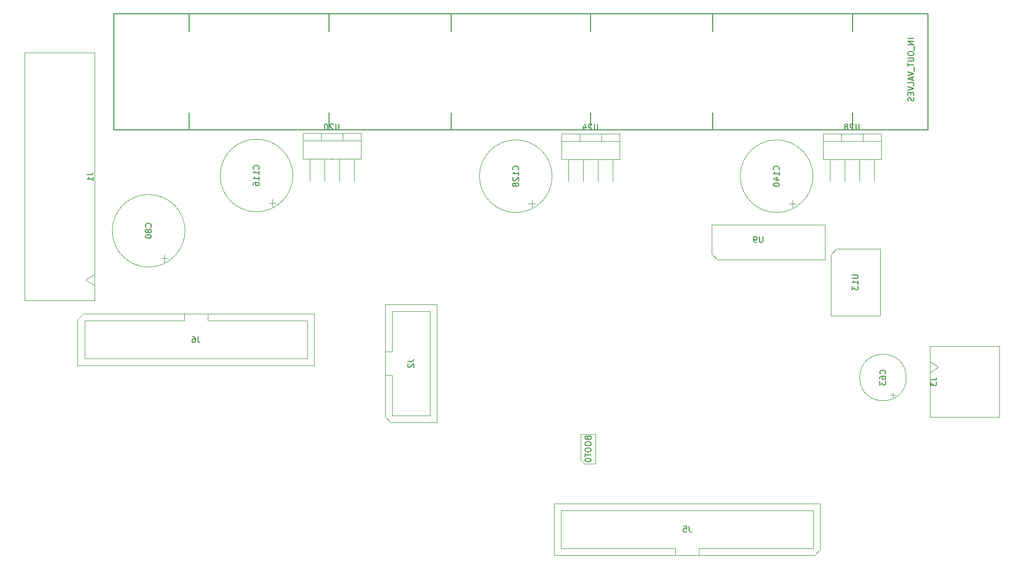
<source format=gbr>
%TF.GenerationSoftware,KiCad,Pcbnew,7.0.1*%
%TF.CreationDate,2023-11-30T10:22:42+01:00*%
%TF.ProjectId,current3x3A_Artiq,63757272-656e-4743-9378-33415f417274,rev?*%
%TF.SameCoordinates,Original*%
%TF.FileFunction,AssemblyDrawing,Bot*%
%FSLAX46Y46*%
G04 Gerber Fmt 4.6, Leading zero omitted, Abs format (unit mm)*
G04 Created by KiCad (PCBNEW 7.0.1) date 2023-11-30 10:22:42*
%MOMM*%
%LPD*%
G01*
G04 APERTURE LIST*
%ADD10C,0.150000*%
%ADD11C,0.100000*%
G04 APERTURE END LIST*
D10*
%TO.C,C128*%
X81520380Y-30035952D02*
X81568000Y-29988333D01*
X81568000Y-29988333D02*
X81615619Y-29845476D01*
X81615619Y-29845476D02*
X81615619Y-29750238D01*
X81615619Y-29750238D02*
X81568000Y-29607381D01*
X81568000Y-29607381D02*
X81472761Y-29512143D01*
X81472761Y-29512143D02*
X81377523Y-29464524D01*
X81377523Y-29464524D02*
X81187047Y-29416905D01*
X81187047Y-29416905D02*
X81044190Y-29416905D01*
X81044190Y-29416905D02*
X80853714Y-29464524D01*
X80853714Y-29464524D02*
X80758476Y-29512143D01*
X80758476Y-29512143D02*
X80663238Y-29607381D01*
X80663238Y-29607381D02*
X80615619Y-29750238D01*
X80615619Y-29750238D02*
X80615619Y-29845476D01*
X80615619Y-29845476D02*
X80663238Y-29988333D01*
X80663238Y-29988333D02*
X80710857Y-30035952D01*
X81615619Y-30988333D02*
X81615619Y-30416905D01*
X81615619Y-30702619D02*
X80615619Y-30702619D01*
X80615619Y-30702619D02*
X80758476Y-30607381D01*
X80758476Y-30607381D02*
X80853714Y-30512143D01*
X80853714Y-30512143D02*
X80901333Y-30416905D01*
X80710857Y-31369286D02*
X80663238Y-31416905D01*
X80663238Y-31416905D02*
X80615619Y-31512143D01*
X80615619Y-31512143D02*
X80615619Y-31750238D01*
X80615619Y-31750238D02*
X80663238Y-31845476D01*
X80663238Y-31845476D02*
X80710857Y-31893095D01*
X80710857Y-31893095D02*
X80806095Y-31940714D01*
X80806095Y-31940714D02*
X80901333Y-31940714D01*
X80901333Y-31940714D02*
X81044190Y-31893095D01*
X81044190Y-31893095D02*
X81615619Y-31321667D01*
X81615619Y-31321667D02*
X81615619Y-31940714D01*
X81044190Y-32512143D02*
X80996571Y-32416905D01*
X80996571Y-32416905D02*
X80948952Y-32369286D01*
X80948952Y-32369286D02*
X80853714Y-32321667D01*
X80853714Y-32321667D02*
X80806095Y-32321667D01*
X80806095Y-32321667D02*
X80710857Y-32369286D01*
X80710857Y-32369286D02*
X80663238Y-32416905D01*
X80663238Y-32416905D02*
X80615619Y-32512143D01*
X80615619Y-32512143D02*
X80615619Y-32702619D01*
X80615619Y-32702619D02*
X80663238Y-32797857D01*
X80663238Y-32797857D02*
X80710857Y-32845476D01*
X80710857Y-32845476D02*
X80806095Y-32893095D01*
X80806095Y-32893095D02*
X80853714Y-32893095D01*
X80853714Y-32893095D02*
X80948952Y-32845476D01*
X80948952Y-32845476D02*
X80996571Y-32797857D01*
X80996571Y-32797857D02*
X81044190Y-32702619D01*
X81044190Y-32702619D02*
X81044190Y-32512143D01*
X81044190Y-32512143D02*
X81091809Y-32416905D01*
X81091809Y-32416905D02*
X81139428Y-32369286D01*
X81139428Y-32369286D02*
X81234666Y-32321667D01*
X81234666Y-32321667D02*
X81425142Y-32321667D01*
X81425142Y-32321667D02*
X81520380Y-32369286D01*
X81520380Y-32369286D02*
X81568000Y-32416905D01*
X81568000Y-32416905D02*
X81615619Y-32512143D01*
X81615619Y-32512143D02*
X81615619Y-32702619D01*
X81615619Y-32702619D02*
X81568000Y-32797857D01*
X81568000Y-32797857D02*
X81520380Y-32845476D01*
X81520380Y-32845476D02*
X81425142Y-32893095D01*
X81425142Y-32893095D02*
X81234666Y-32893095D01*
X81234666Y-32893095D02*
X81139428Y-32845476D01*
X81139428Y-32845476D02*
X81091809Y-32797857D01*
X81091809Y-32797857D02*
X81044190Y-32702619D01*
%TO.C,J6*%
X26495333Y-58771619D02*
X26495333Y-59485904D01*
X26495333Y-59485904D02*
X26542952Y-59628761D01*
X26542952Y-59628761D02*
X26638190Y-59724000D01*
X26638190Y-59724000D02*
X26781047Y-59771619D01*
X26781047Y-59771619D02*
X26876285Y-59771619D01*
X25590571Y-58771619D02*
X25781047Y-58771619D01*
X25781047Y-58771619D02*
X25876285Y-58819238D01*
X25876285Y-58819238D02*
X25923904Y-58866857D01*
X25923904Y-58866857D02*
X26019142Y-59009714D01*
X26019142Y-59009714D02*
X26066761Y-59200190D01*
X26066761Y-59200190D02*
X26066761Y-59581142D01*
X26066761Y-59581142D02*
X26019142Y-59676380D01*
X26019142Y-59676380D02*
X25971523Y-59724000D01*
X25971523Y-59724000D02*
X25876285Y-59771619D01*
X25876285Y-59771619D02*
X25685809Y-59771619D01*
X25685809Y-59771619D02*
X25590571Y-59724000D01*
X25590571Y-59724000D02*
X25542952Y-59676380D01*
X25542952Y-59676380D02*
X25495333Y-59581142D01*
X25495333Y-59581142D02*
X25495333Y-59343047D01*
X25495333Y-59343047D02*
X25542952Y-59247809D01*
X25542952Y-59247809D02*
X25590571Y-59200190D01*
X25590571Y-59200190D02*
X25685809Y-59152571D01*
X25685809Y-59152571D02*
X25876285Y-59152571D01*
X25876285Y-59152571D02*
X25971523Y-59200190D01*
X25971523Y-59200190D02*
X26019142Y-59247809D01*
X26019142Y-59247809D02*
X26066761Y-59343047D01*
%TO.C,J3*%
X152467619Y-66214666D02*
X153181904Y-66214666D01*
X153181904Y-66214666D02*
X153324761Y-66167047D01*
X153324761Y-66167047D02*
X153420000Y-66071809D01*
X153420000Y-66071809D02*
X153467619Y-65928952D01*
X153467619Y-65928952D02*
X153467619Y-65833714D01*
X152467619Y-66595619D02*
X152467619Y-67214666D01*
X152467619Y-67214666D02*
X152848571Y-66881333D01*
X152848571Y-66881333D02*
X152848571Y-67024190D01*
X152848571Y-67024190D02*
X152896190Y-67119428D01*
X152896190Y-67119428D02*
X152943809Y-67167047D01*
X152943809Y-67167047D02*
X153039047Y-67214666D01*
X153039047Y-67214666D02*
X153277142Y-67214666D01*
X153277142Y-67214666D02*
X153372380Y-67167047D01*
X153372380Y-67167047D02*
X153420000Y-67119428D01*
X153420000Y-67119428D02*
X153467619Y-67024190D01*
X153467619Y-67024190D02*
X153467619Y-66738476D01*
X153467619Y-66738476D02*
X153420000Y-66643238D01*
X153420000Y-66643238D02*
X153372380Y-66595619D01*
%TO.C,HS1*%
X149559819Y-7451695D02*
X148559819Y-7451695D01*
X149559819Y-7927885D02*
X148559819Y-7927885D01*
X148559819Y-7927885D02*
X149559819Y-8499313D01*
X149559819Y-8499313D02*
X148559819Y-8499313D01*
X149655057Y-8737409D02*
X149655057Y-9499313D01*
X148559819Y-9927885D02*
X148559819Y-10118361D01*
X148559819Y-10118361D02*
X148607438Y-10213599D01*
X148607438Y-10213599D02*
X148702676Y-10308837D01*
X148702676Y-10308837D02*
X148893152Y-10356456D01*
X148893152Y-10356456D02*
X149226485Y-10356456D01*
X149226485Y-10356456D02*
X149416961Y-10308837D01*
X149416961Y-10308837D02*
X149512200Y-10213599D01*
X149512200Y-10213599D02*
X149559819Y-10118361D01*
X149559819Y-10118361D02*
X149559819Y-9927885D01*
X149559819Y-9927885D02*
X149512200Y-9832647D01*
X149512200Y-9832647D02*
X149416961Y-9737409D01*
X149416961Y-9737409D02*
X149226485Y-9689790D01*
X149226485Y-9689790D02*
X148893152Y-9689790D01*
X148893152Y-9689790D02*
X148702676Y-9737409D01*
X148702676Y-9737409D02*
X148607438Y-9832647D01*
X148607438Y-9832647D02*
X148559819Y-9927885D01*
X148559819Y-10785028D02*
X149369342Y-10785028D01*
X149369342Y-10785028D02*
X149464580Y-10832647D01*
X149464580Y-10832647D02*
X149512200Y-10880266D01*
X149512200Y-10880266D02*
X149559819Y-10975504D01*
X149559819Y-10975504D02*
X149559819Y-11165980D01*
X149559819Y-11165980D02*
X149512200Y-11261218D01*
X149512200Y-11261218D02*
X149464580Y-11308837D01*
X149464580Y-11308837D02*
X149369342Y-11356456D01*
X149369342Y-11356456D02*
X148559819Y-11356456D01*
X148559819Y-11689790D02*
X148559819Y-12261218D01*
X149559819Y-11975504D02*
X148559819Y-11975504D01*
X149655057Y-12356457D02*
X149655057Y-13118361D01*
X148559819Y-13213600D02*
X149559819Y-13546933D01*
X149559819Y-13546933D02*
X148559819Y-13880266D01*
X149274104Y-14165981D02*
X149274104Y-14642171D01*
X149559819Y-14070743D02*
X148559819Y-14404076D01*
X148559819Y-14404076D02*
X149559819Y-14737409D01*
X149559819Y-15546933D02*
X149559819Y-15070743D01*
X149559819Y-15070743D02*
X148559819Y-15070743D01*
X148559819Y-15737410D02*
X149559819Y-16070743D01*
X149559819Y-16070743D02*
X148559819Y-16404076D01*
X149036009Y-16737410D02*
X149036009Y-17070743D01*
X149559819Y-17213600D02*
X149559819Y-16737410D01*
X149559819Y-16737410D02*
X148559819Y-16737410D01*
X148559819Y-16737410D02*
X148559819Y-17213600D01*
X149512200Y-17594553D02*
X149559819Y-17737410D01*
X149559819Y-17737410D02*
X149559819Y-17975505D01*
X149559819Y-17975505D02*
X149512200Y-18070743D01*
X149512200Y-18070743D02*
X149464580Y-18118362D01*
X149464580Y-18118362D02*
X149369342Y-18165981D01*
X149369342Y-18165981D02*
X149274104Y-18165981D01*
X149274104Y-18165981D02*
X149178866Y-18118362D01*
X149178866Y-18118362D02*
X149131247Y-18070743D01*
X149131247Y-18070743D02*
X149083628Y-17975505D01*
X149083628Y-17975505D02*
X149036009Y-17785029D01*
X149036009Y-17785029D02*
X148988390Y-17689791D01*
X148988390Y-17689791D02*
X148940771Y-17642172D01*
X148940771Y-17642172D02*
X148845533Y-17594553D01*
X148845533Y-17594553D02*
X148750295Y-17594553D01*
X148750295Y-17594553D02*
X148655057Y-17642172D01*
X148655057Y-17642172D02*
X148607438Y-17689791D01*
X148607438Y-17689791D02*
X148559819Y-17785029D01*
X148559819Y-17785029D02*
X148559819Y-18023124D01*
X148559819Y-18023124D02*
X148607438Y-18165981D01*
%TO.C,BOOT0*%
X93537809Y-76271666D02*
X93585428Y-76414523D01*
X93585428Y-76414523D02*
X93633047Y-76462142D01*
X93633047Y-76462142D02*
X93728285Y-76509761D01*
X93728285Y-76509761D02*
X93871142Y-76509761D01*
X93871142Y-76509761D02*
X93966380Y-76462142D01*
X93966380Y-76462142D02*
X94014000Y-76414523D01*
X94014000Y-76414523D02*
X94061619Y-76319285D01*
X94061619Y-76319285D02*
X94061619Y-75938333D01*
X94061619Y-75938333D02*
X93061619Y-75938333D01*
X93061619Y-75938333D02*
X93061619Y-76271666D01*
X93061619Y-76271666D02*
X93109238Y-76366904D01*
X93109238Y-76366904D02*
X93156857Y-76414523D01*
X93156857Y-76414523D02*
X93252095Y-76462142D01*
X93252095Y-76462142D02*
X93347333Y-76462142D01*
X93347333Y-76462142D02*
X93442571Y-76414523D01*
X93442571Y-76414523D02*
X93490190Y-76366904D01*
X93490190Y-76366904D02*
X93537809Y-76271666D01*
X93537809Y-76271666D02*
X93537809Y-75938333D01*
X93061619Y-77128809D02*
X93061619Y-77319285D01*
X93061619Y-77319285D02*
X93109238Y-77414523D01*
X93109238Y-77414523D02*
X93204476Y-77509761D01*
X93204476Y-77509761D02*
X93394952Y-77557380D01*
X93394952Y-77557380D02*
X93728285Y-77557380D01*
X93728285Y-77557380D02*
X93918761Y-77509761D01*
X93918761Y-77509761D02*
X94014000Y-77414523D01*
X94014000Y-77414523D02*
X94061619Y-77319285D01*
X94061619Y-77319285D02*
X94061619Y-77128809D01*
X94061619Y-77128809D02*
X94014000Y-77033571D01*
X94014000Y-77033571D02*
X93918761Y-76938333D01*
X93918761Y-76938333D02*
X93728285Y-76890714D01*
X93728285Y-76890714D02*
X93394952Y-76890714D01*
X93394952Y-76890714D02*
X93204476Y-76938333D01*
X93204476Y-76938333D02*
X93109238Y-77033571D01*
X93109238Y-77033571D02*
X93061619Y-77128809D01*
X93061619Y-78176428D02*
X93061619Y-78366904D01*
X93061619Y-78366904D02*
X93109238Y-78462142D01*
X93109238Y-78462142D02*
X93204476Y-78557380D01*
X93204476Y-78557380D02*
X93394952Y-78604999D01*
X93394952Y-78604999D02*
X93728285Y-78604999D01*
X93728285Y-78604999D02*
X93918761Y-78557380D01*
X93918761Y-78557380D02*
X94014000Y-78462142D01*
X94014000Y-78462142D02*
X94061619Y-78366904D01*
X94061619Y-78366904D02*
X94061619Y-78176428D01*
X94061619Y-78176428D02*
X94014000Y-78081190D01*
X94014000Y-78081190D02*
X93918761Y-77985952D01*
X93918761Y-77985952D02*
X93728285Y-77938333D01*
X93728285Y-77938333D02*
X93394952Y-77938333D01*
X93394952Y-77938333D02*
X93204476Y-77985952D01*
X93204476Y-77985952D02*
X93109238Y-78081190D01*
X93109238Y-78081190D02*
X93061619Y-78176428D01*
X93061619Y-78890714D02*
X93061619Y-79462142D01*
X94061619Y-79176428D02*
X93061619Y-79176428D01*
X93061619Y-79985952D02*
X93061619Y-80081190D01*
X93061619Y-80081190D02*
X93109238Y-80176428D01*
X93109238Y-80176428D02*
X93156857Y-80224047D01*
X93156857Y-80224047D02*
X93252095Y-80271666D01*
X93252095Y-80271666D02*
X93442571Y-80319285D01*
X93442571Y-80319285D02*
X93680666Y-80319285D01*
X93680666Y-80319285D02*
X93871142Y-80271666D01*
X93871142Y-80271666D02*
X93966380Y-80224047D01*
X93966380Y-80224047D02*
X94014000Y-80176428D01*
X94014000Y-80176428D02*
X94061619Y-80081190D01*
X94061619Y-80081190D02*
X94061619Y-79985952D01*
X94061619Y-79985952D02*
X94014000Y-79890714D01*
X94014000Y-79890714D02*
X93966380Y-79843095D01*
X93966380Y-79843095D02*
X93871142Y-79795476D01*
X93871142Y-79795476D02*
X93680666Y-79747857D01*
X93680666Y-79747857D02*
X93442571Y-79747857D01*
X93442571Y-79747857D02*
X93252095Y-79795476D01*
X93252095Y-79795476D02*
X93156857Y-79843095D01*
X93156857Y-79843095D02*
X93109238Y-79890714D01*
X93109238Y-79890714D02*
X93061619Y-79985952D01*
%TO.C,J5*%
X110950333Y-91410619D02*
X110950333Y-92124904D01*
X110950333Y-92124904D02*
X110997952Y-92267761D01*
X110997952Y-92267761D02*
X111093190Y-92363000D01*
X111093190Y-92363000D02*
X111236047Y-92410619D01*
X111236047Y-92410619D02*
X111331285Y-92410619D01*
X109997952Y-91410619D02*
X110474142Y-91410619D01*
X110474142Y-91410619D02*
X110521761Y-91886809D01*
X110521761Y-91886809D02*
X110474142Y-91839190D01*
X110474142Y-91839190D02*
X110378904Y-91791571D01*
X110378904Y-91791571D02*
X110140809Y-91791571D01*
X110140809Y-91791571D02*
X110045571Y-91839190D01*
X110045571Y-91839190D02*
X109997952Y-91886809D01*
X109997952Y-91886809D02*
X109950333Y-91982047D01*
X109950333Y-91982047D02*
X109950333Y-92220142D01*
X109950333Y-92220142D02*
X109997952Y-92315380D01*
X109997952Y-92315380D02*
X110045571Y-92363000D01*
X110045571Y-92363000D02*
X110140809Y-92410619D01*
X110140809Y-92410619D02*
X110378904Y-92410619D01*
X110378904Y-92410619D02*
X110474142Y-92363000D01*
X110474142Y-92363000D02*
X110521761Y-92315380D01*
%TO.C,U28*%
X140176094Y-22163619D02*
X140176094Y-22973142D01*
X140176094Y-22973142D02*
X140128475Y-23068380D01*
X140128475Y-23068380D02*
X140080856Y-23116000D01*
X140080856Y-23116000D02*
X139985618Y-23163619D01*
X139985618Y-23163619D02*
X139795142Y-23163619D01*
X139795142Y-23163619D02*
X139699904Y-23116000D01*
X139699904Y-23116000D02*
X139652285Y-23068380D01*
X139652285Y-23068380D02*
X139604666Y-22973142D01*
X139604666Y-22973142D02*
X139604666Y-22163619D01*
X139176094Y-22258857D02*
X139128475Y-22211238D01*
X139128475Y-22211238D02*
X139033237Y-22163619D01*
X139033237Y-22163619D02*
X138795142Y-22163619D01*
X138795142Y-22163619D02*
X138699904Y-22211238D01*
X138699904Y-22211238D02*
X138652285Y-22258857D01*
X138652285Y-22258857D02*
X138604666Y-22354095D01*
X138604666Y-22354095D02*
X138604666Y-22449333D01*
X138604666Y-22449333D02*
X138652285Y-22592190D01*
X138652285Y-22592190D02*
X139223713Y-23163619D01*
X139223713Y-23163619D02*
X138604666Y-23163619D01*
X138033237Y-22592190D02*
X138128475Y-22544571D01*
X138128475Y-22544571D02*
X138176094Y-22496952D01*
X138176094Y-22496952D02*
X138223713Y-22401714D01*
X138223713Y-22401714D02*
X138223713Y-22354095D01*
X138223713Y-22354095D02*
X138176094Y-22258857D01*
X138176094Y-22258857D02*
X138128475Y-22211238D01*
X138128475Y-22211238D02*
X138033237Y-22163619D01*
X138033237Y-22163619D02*
X137842761Y-22163619D01*
X137842761Y-22163619D02*
X137747523Y-22211238D01*
X137747523Y-22211238D02*
X137699904Y-22258857D01*
X137699904Y-22258857D02*
X137652285Y-22354095D01*
X137652285Y-22354095D02*
X137652285Y-22401714D01*
X137652285Y-22401714D02*
X137699904Y-22496952D01*
X137699904Y-22496952D02*
X137747523Y-22544571D01*
X137747523Y-22544571D02*
X137842761Y-22592190D01*
X137842761Y-22592190D02*
X138033237Y-22592190D01*
X138033237Y-22592190D02*
X138128475Y-22639809D01*
X138128475Y-22639809D02*
X138176094Y-22687428D01*
X138176094Y-22687428D02*
X138223713Y-22782666D01*
X138223713Y-22782666D02*
X138223713Y-22973142D01*
X138223713Y-22973142D02*
X138176094Y-23068380D01*
X138176094Y-23068380D02*
X138128475Y-23116000D01*
X138128475Y-23116000D02*
X138033237Y-23163619D01*
X138033237Y-23163619D02*
X137842761Y-23163619D01*
X137842761Y-23163619D02*
X137747523Y-23116000D01*
X137747523Y-23116000D02*
X137699904Y-23068380D01*
X137699904Y-23068380D02*
X137652285Y-22973142D01*
X137652285Y-22973142D02*
X137652285Y-22782666D01*
X137652285Y-22782666D02*
X137699904Y-22687428D01*
X137699904Y-22687428D02*
X137747523Y-22639809D01*
X137747523Y-22639809D02*
X137842761Y-22592190D01*
%TO.C,J1*%
X7493619Y-30908666D02*
X8207904Y-30908666D01*
X8207904Y-30908666D02*
X8350761Y-30861047D01*
X8350761Y-30861047D02*
X8446000Y-30765809D01*
X8446000Y-30765809D02*
X8493619Y-30622952D01*
X8493619Y-30622952D02*
X8493619Y-30527714D01*
X8493619Y-31908666D02*
X8493619Y-31337238D01*
X8493619Y-31622952D02*
X7493619Y-31622952D01*
X7493619Y-31622952D02*
X7636476Y-31527714D01*
X7636476Y-31527714D02*
X7731714Y-31432476D01*
X7731714Y-31432476D02*
X7779333Y-31337238D01*
%TO.C,J2*%
X62581619Y-63039666D02*
X63295904Y-63039666D01*
X63295904Y-63039666D02*
X63438761Y-62992047D01*
X63438761Y-62992047D02*
X63534000Y-62896809D01*
X63534000Y-62896809D02*
X63581619Y-62753952D01*
X63581619Y-62753952D02*
X63581619Y-62658714D01*
X62676857Y-63468238D02*
X62629238Y-63515857D01*
X62629238Y-63515857D02*
X62581619Y-63611095D01*
X62581619Y-63611095D02*
X62581619Y-63849190D01*
X62581619Y-63849190D02*
X62629238Y-63944428D01*
X62629238Y-63944428D02*
X62676857Y-63992047D01*
X62676857Y-63992047D02*
X62772095Y-64039666D01*
X62772095Y-64039666D02*
X62867333Y-64039666D01*
X62867333Y-64039666D02*
X63010190Y-63992047D01*
X63010190Y-63992047D02*
X63581619Y-63420619D01*
X63581619Y-63420619D02*
X63581619Y-64039666D01*
%TO.C,C116*%
X36943380Y-29908952D02*
X36991000Y-29861333D01*
X36991000Y-29861333D02*
X37038619Y-29718476D01*
X37038619Y-29718476D02*
X37038619Y-29623238D01*
X37038619Y-29623238D02*
X36991000Y-29480381D01*
X36991000Y-29480381D02*
X36895761Y-29385143D01*
X36895761Y-29385143D02*
X36800523Y-29337524D01*
X36800523Y-29337524D02*
X36610047Y-29289905D01*
X36610047Y-29289905D02*
X36467190Y-29289905D01*
X36467190Y-29289905D02*
X36276714Y-29337524D01*
X36276714Y-29337524D02*
X36181476Y-29385143D01*
X36181476Y-29385143D02*
X36086238Y-29480381D01*
X36086238Y-29480381D02*
X36038619Y-29623238D01*
X36038619Y-29623238D02*
X36038619Y-29718476D01*
X36038619Y-29718476D02*
X36086238Y-29861333D01*
X36086238Y-29861333D02*
X36133857Y-29908952D01*
X37038619Y-30861333D02*
X37038619Y-30289905D01*
X37038619Y-30575619D02*
X36038619Y-30575619D01*
X36038619Y-30575619D02*
X36181476Y-30480381D01*
X36181476Y-30480381D02*
X36276714Y-30385143D01*
X36276714Y-30385143D02*
X36324333Y-30289905D01*
X37038619Y-31813714D02*
X37038619Y-31242286D01*
X37038619Y-31528000D02*
X36038619Y-31528000D01*
X36038619Y-31528000D02*
X36181476Y-31432762D01*
X36181476Y-31432762D02*
X36276714Y-31337524D01*
X36276714Y-31337524D02*
X36324333Y-31242286D01*
X36038619Y-32670857D02*
X36038619Y-32480381D01*
X36038619Y-32480381D02*
X36086238Y-32385143D01*
X36086238Y-32385143D02*
X36133857Y-32337524D01*
X36133857Y-32337524D02*
X36276714Y-32242286D01*
X36276714Y-32242286D02*
X36467190Y-32194667D01*
X36467190Y-32194667D02*
X36848142Y-32194667D01*
X36848142Y-32194667D02*
X36943380Y-32242286D01*
X36943380Y-32242286D02*
X36991000Y-32289905D01*
X36991000Y-32289905D02*
X37038619Y-32385143D01*
X37038619Y-32385143D02*
X37038619Y-32575619D01*
X37038619Y-32575619D02*
X36991000Y-32670857D01*
X36991000Y-32670857D02*
X36943380Y-32718476D01*
X36943380Y-32718476D02*
X36848142Y-32766095D01*
X36848142Y-32766095D02*
X36610047Y-32766095D01*
X36610047Y-32766095D02*
X36514809Y-32718476D01*
X36514809Y-32718476D02*
X36467190Y-32670857D01*
X36467190Y-32670857D02*
X36419571Y-32575619D01*
X36419571Y-32575619D02*
X36419571Y-32385143D01*
X36419571Y-32385143D02*
X36467190Y-32289905D01*
X36467190Y-32289905D02*
X36514809Y-32242286D01*
X36514809Y-32242286D02*
X36610047Y-32194667D01*
%TO.C,U9*%
X123601904Y-41535619D02*
X123601904Y-42345142D01*
X123601904Y-42345142D02*
X123554285Y-42440380D01*
X123554285Y-42440380D02*
X123506666Y-42488000D01*
X123506666Y-42488000D02*
X123411428Y-42535619D01*
X123411428Y-42535619D02*
X123220952Y-42535619D01*
X123220952Y-42535619D02*
X123125714Y-42488000D01*
X123125714Y-42488000D02*
X123078095Y-42440380D01*
X123078095Y-42440380D02*
X123030476Y-42345142D01*
X123030476Y-42345142D02*
X123030476Y-41535619D01*
X122506666Y-42535619D02*
X122316190Y-42535619D01*
X122316190Y-42535619D02*
X122220952Y-42488000D01*
X122220952Y-42488000D02*
X122173333Y-42440380D01*
X122173333Y-42440380D02*
X122078095Y-42297523D01*
X122078095Y-42297523D02*
X122030476Y-42107047D01*
X122030476Y-42107047D02*
X122030476Y-41726095D01*
X122030476Y-41726095D02*
X122078095Y-41630857D01*
X122078095Y-41630857D02*
X122125714Y-41583238D01*
X122125714Y-41583238D02*
X122220952Y-41535619D01*
X122220952Y-41535619D02*
X122411428Y-41535619D01*
X122411428Y-41535619D02*
X122506666Y-41583238D01*
X122506666Y-41583238D02*
X122554285Y-41630857D01*
X122554285Y-41630857D02*
X122601904Y-41726095D01*
X122601904Y-41726095D02*
X122601904Y-41964190D01*
X122601904Y-41964190D02*
X122554285Y-42059428D01*
X122554285Y-42059428D02*
X122506666Y-42107047D01*
X122506666Y-42107047D02*
X122411428Y-42154666D01*
X122411428Y-42154666D02*
X122220952Y-42154666D01*
X122220952Y-42154666D02*
X122125714Y-42107047D01*
X122125714Y-42107047D02*
X122078095Y-42059428D01*
X122078095Y-42059428D02*
X122030476Y-41964190D01*
%TO.C,U13*%
X138999619Y-48164905D02*
X139809142Y-48164905D01*
X139809142Y-48164905D02*
X139904380Y-48212524D01*
X139904380Y-48212524D02*
X139952000Y-48260143D01*
X139952000Y-48260143D02*
X139999619Y-48355381D01*
X139999619Y-48355381D02*
X139999619Y-48545857D01*
X139999619Y-48545857D02*
X139952000Y-48641095D01*
X139952000Y-48641095D02*
X139904380Y-48688714D01*
X139904380Y-48688714D02*
X139809142Y-48736333D01*
X139809142Y-48736333D02*
X138999619Y-48736333D01*
X139999619Y-49736333D02*
X139999619Y-49164905D01*
X139999619Y-49450619D02*
X138999619Y-49450619D01*
X138999619Y-49450619D02*
X139142476Y-49355381D01*
X139142476Y-49355381D02*
X139237714Y-49260143D01*
X139237714Y-49260143D02*
X139285333Y-49164905D01*
X138999619Y-50069667D02*
X138999619Y-50688714D01*
X138999619Y-50688714D02*
X139380571Y-50355381D01*
X139380571Y-50355381D02*
X139380571Y-50498238D01*
X139380571Y-50498238D02*
X139428190Y-50593476D01*
X139428190Y-50593476D02*
X139475809Y-50641095D01*
X139475809Y-50641095D02*
X139571047Y-50688714D01*
X139571047Y-50688714D02*
X139809142Y-50688714D01*
X139809142Y-50688714D02*
X139904380Y-50641095D01*
X139904380Y-50641095D02*
X139952000Y-50593476D01*
X139952000Y-50593476D02*
X139999619Y-50498238D01*
X139999619Y-50498238D02*
X139999619Y-50212524D01*
X139999619Y-50212524D02*
X139952000Y-50117286D01*
X139952000Y-50117286D02*
X139904380Y-50069667D01*
%TO.C,U24*%
X95218094Y-22196619D02*
X95218094Y-23006142D01*
X95218094Y-23006142D02*
X95170475Y-23101380D01*
X95170475Y-23101380D02*
X95122856Y-23149000D01*
X95122856Y-23149000D02*
X95027618Y-23196619D01*
X95027618Y-23196619D02*
X94837142Y-23196619D01*
X94837142Y-23196619D02*
X94741904Y-23149000D01*
X94741904Y-23149000D02*
X94694285Y-23101380D01*
X94694285Y-23101380D02*
X94646666Y-23006142D01*
X94646666Y-23006142D02*
X94646666Y-22196619D01*
X94218094Y-22291857D02*
X94170475Y-22244238D01*
X94170475Y-22244238D02*
X94075237Y-22196619D01*
X94075237Y-22196619D02*
X93837142Y-22196619D01*
X93837142Y-22196619D02*
X93741904Y-22244238D01*
X93741904Y-22244238D02*
X93694285Y-22291857D01*
X93694285Y-22291857D02*
X93646666Y-22387095D01*
X93646666Y-22387095D02*
X93646666Y-22482333D01*
X93646666Y-22482333D02*
X93694285Y-22625190D01*
X93694285Y-22625190D02*
X94265713Y-23196619D01*
X94265713Y-23196619D02*
X93646666Y-23196619D01*
X92789523Y-22529952D02*
X92789523Y-23196619D01*
X93027618Y-22149000D02*
X93265713Y-22863285D01*
X93265713Y-22863285D02*
X92646666Y-22863285D01*
%TO.C,C140*%
X126351380Y-30035952D02*
X126399000Y-29988333D01*
X126399000Y-29988333D02*
X126446619Y-29845476D01*
X126446619Y-29845476D02*
X126446619Y-29750238D01*
X126446619Y-29750238D02*
X126399000Y-29607381D01*
X126399000Y-29607381D02*
X126303761Y-29512143D01*
X126303761Y-29512143D02*
X126208523Y-29464524D01*
X126208523Y-29464524D02*
X126018047Y-29416905D01*
X126018047Y-29416905D02*
X125875190Y-29416905D01*
X125875190Y-29416905D02*
X125684714Y-29464524D01*
X125684714Y-29464524D02*
X125589476Y-29512143D01*
X125589476Y-29512143D02*
X125494238Y-29607381D01*
X125494238Y-29607381D02*
X125446619Y-29750238D01*
X125446619Y-29750238D02*
X125446619Y-29845476D01*
X125446619Y-29845476D02*
X125494238Y-29988333D01*
X125494238Y-29988333D02*
X125541857Y-30035952D01*
X126446619Y-30988333D02*
X126446619Y-30416905D01*
X126446619Y-30702619D02*
X125446619Y-30702619D01*
X125446619Y-30702619D02*
X125589476Y-30607381D01*
X125589476Y-30607381D02*
X125684714Y-30512143D01*
X125684714Y-30512143D02*
X125732333Y-30416905D01*
X125779952Y-31845476D02*
X126446619Y-31845476D01*
X125399000Y-31607381D02*
X126113285Y-31369286D01*
X126113285Y-31369286D02*
X126113285Y-31988333D01*
X125446619Y-32559762D02*
X125446619Y-32655000D01*
X125446619Y-32655000D02*
X125494238Y-32750238D01*
X125494238Y-32750238D02*
X125541857Y-32797857D01*
X125541857Y-32797857D02*
X125637095Y-32845476D01*
X125637095Y-32845476D02*
X125827571Y-32893095D01*
X125827571Y-32893095D02*
X126065666Y-32893095D01*
X126065666Y-32893095D02*
X126256142Y-32845476D01*
X126256142Y-32845476D02*
X126351380Y-32797857D01*
X126351380Y-32797857D02*
X126399000Y-32750238D01*
X126399000Y-32750238D02*
X126446619Y-32655000D01*
X126446619Y-32655000D02*
X126446619Y-32559762D01*
X126446619Y-32559762D02*
X126399000Y-32464524D01*
X126399000Y-32464524D02*
X126351380Y-32416905D01*
X126351380Y-32416905D02*
X126256142Y-32369286D01*
X126256142Y-32369286D02*
X126065666Y-32321667D01*
X126065666Y-32321667D02*
X125827571Y-32321667D01*
X125827571Y-32321667D02*
X125637095Y-32369286D01*
X125637095Y-32369286D02*
X125541857Y-32416905D01*
X125541857Y-32416905D02*
X125494238Y-32464524D01*
X125494238Y-32464524D02*
X125446619Y-32559762D01*
%TO.C,U20*%
X50768094Y-22146619D02*
X50768094Y-22956142D01*
X50768094Y-22956142D02*
X50720475Y-23051380D01*
X50720475Y-23051380D02*
X50672856Y-23099000D01*
X50672856Y-23099000D02*
X50577618Y-23146619D01*
X50577618Y-23146619D02*
X50387142Y-23146619D01*
X50387142Y-23146619D02*
X50291904Y-23099000D01*
X50291904Y-23099000D02*
X50244285Y-23051380D01*
X50244285Y-23051380D02*
X50196666Y-22956142D01*
X50196666Y-22956142D02*
X50196666Y-22146619D01*
X49768094Y-22241857D02*
X49720475Y-22194238D01*
X49720475Y-22194238D02*
X49625237Y-22146619D01*
X49625237Y-22146619D02*
X49387142Y-22146619D01*
X49387142Y-22146619D02*
X49291904Y-22194238D01*
X49291904Y-22194238D02*
X49244285Y-22241857D01*
X49244285Y-22241857D02*
X49196666Y-22337095D01*
X49196666Y-22337095D02*
X49196666Y-22432333D01*
X49196666Y-22432333D02*
X49244285Y-22575190D01*
X49244285Y-22575190D02*
X49815713Y-23146619D01*
X49815713Y-23146619D02*
X49196666Y-23146619D01*
X48577618Y-22146619D02*
X48482380Y-22146619D01*
X48482380Y-22146619D02*
X48387142Y-22194238D01*
X48387142Y-22194238D02*
X48339523Y-22241857D01*
X48339523Y-22241857D02*
X48291904Y-22337095D01*
X48291904Y-22337095D02*
X48244285Y-22527571D01*
X48244285Y-22527571D02*
X48244285Y-22765666D01*
X48244285Y-22765666D02*
X48291904Y-22956142D01*
X48291904Y-22956142D02*
X48339523Y-23051380D01*
X48339523Y-23051380D02*
X48387142Y-23099000D01*
X48387142Y-23099000D02*
X48482380Y-23146619D01*
X48482380Y-23146619D02*
X48577618Y-23146619D01*
X48577618Y-23146619D02*
X48672856Y-23099000D01*
X48672856Y-23099000D02*
X48720475Y-23051380D01*
X48720475Y-23051380D02*
X48768094Y-22956142D01*
X48768094Y-22956142D02*
X48815713Y-22765666D01*
X48815713Y-22765666D02*
X48815713Y-22527571D01*
X48815713Y-22527571D02*
X48768094Y-22337095D01*
X48768094Y-22337095D02*
X48720475Y-22241857D01*
X48720475Y-22241857D02*
X48672856Y-22194238D01*
X48672856Y-22194238D02*
X48577618Y-22146619D01*
%TO.C,C63*%
X144639380Y-65171142D02*
X144687000Y-65123523D01*
X144687000Y-65123523D02*
X144734619Y-64980666D01*
X144734619Y-64980666D02*
X144734619Y-64885428D01*
X144734619Y-64885428D02*
X144687000Y-64742571D01*
X144687000Y-64742571D02*
X144591761Y-64647333D01*
X144591761Y-64647333D02*
X144496523Y-64599714D01*
X144496523Y-64599714D02*
X144306047Y-64552095D01*
X144306047Y-64552095D02*
X144163190Y-64552095D01*
X144163190Y-64552095D02*
X143972714Y-64599714D01*
X143972714Y-64599714D02*
X143877476Y-64647333D01*
X143877476Y-64647333D02*
X143782238Y-64742571D01*
X143782238Y-64742571D02*
X143734619Y-64885428D01*
X143734619Y-64885428D02*
X143734619Y-64980666D01*
X143734619Y-64980666D02*
X143782238Y-65123523D01*
X143782238Y-65123523D02*
X143829857Y-65171142D01*
X143734619Y-66028285D02*
X143734619Y-65837809D01*
X143734619Y-65837809D02*
X143782238Y-65742571D01*
X143782238Y-65742571D02*
X143829857Y-65694952D01*
X143829857Y-65694952D02*
X143972714Y-65599714D01*
X143972714Y-65599714D02*
X144163190Y-65552095D01*
X144163190Y-65552095D02*
X144544142Y-65552095D01*
X144544142Y-65552095D02*
X144639380Y-65599714D01*
X144639380Y-65599714D02*
X144687000Y-65647333D01*
X144687000Y-65647333D02*
X144734619Y-65742571D01*
X144734619Y-65742571D02*
X144734619Y-65933047D01*
X144734619Y-65933047D02*
X144687000Y-66028285D01*
X144687000Y-66028285D02*
X144639380Y-66075904D01*
X144639380Y-66075904D02*
X144544142Y-66123523D01*
X144544142Y-66123523D02*
X144306047Y-66123523D01*
X144306047Y-66123523D02*
X144210809Y-66075904D01*
X144210809Y-66075904D02*
X144163190Y-66028285D01*
X144163190Y-66028285D02*
X144115571Y-65933047D01*
X144115571Y-65933047D02*
X144115571Y-65742571D01*
X144115571Y-65742571D02*
X144163190Y-65647333D01*
X144163190Y-65647333D02*
X144210809Y-65599714D01*
X144210809Y-65599714D02*
X144306047Y-65552095D01*
X143734619Y-66456857D02*
X143734619Y-67075904D01*
X143734619Y-67075904D02*
X144115571Y-66742571D01*
X144115571Y-66742571D02*
X144115571Y-66885428D01*
X144115571Y-66885428D02*
X144163190Y-66980666D01*
X144163190Y-66980666D02*
X144210809Y-67028285D01*
X144210809Y-67028285D02*
X144306047Y-67075904D01*
X144306047Y-67075904D02*
X144544142Y-67075904D01*
X144544142Y-67075904D02*
X144639380Y-67028285D01*
X144639380Y-67028285D02*
X144687000Y-66980666D01*
X144687000Y-66980666D02*
X144734619Y-66885428D01*
X144734619Y-66885428D02*
X144734619Y-66599714D01*
X144734619Y-66599714D02*
X144687000Y-66504476D01*
X144687000Y-66504476D02*
X144639380Y-66456857D01*
%TO.C,C80*%
X18401380Y-39910142D02*
X18449000Y-39862523D01*
X18449000Y-39862523D02*
X18496619Y-39719666D01*
X18496619Y-39719666D02*
X18496619Y-39624428D01*
X18496619Y-39624428D02*
X18449000Y-39481571D01*
X18449000Y-39481571D02*
X18353761Y-39386333D01*
X18353761Y-39386333D02*
X18258523Y-39338714D01*
X18258523Y-39338714D02*
X18068047Y-39291095D01*
X18068047Y-39291095D02*
X17925190Y-39291095D01*
X17925190Y-39291095D02*
X17734714Y-39338714D01*
X17734714Y-39338714D02*
X17639476Y-39386333D01*
X17639476Y-39386333D02*
X17544238Y-39481571D01*
X17544238Y-39481571D02*
X17496619Y-39624428D01*
X17496619Y-39624428D02*
X17496619Y-39719666D01*
X17496619Y-39719666D02*
X17544238Y-39862523D01*
X17544238Y-39862523D02*
X17591857Y-39910142D01*
X17925190Y-40481571D02*
X17877571Y-40386333D01*
X17877571Y-40386333D02*
X17829952Y-40338714D01*
X17829952Y-40338714D02*
X17734714Y-40291095D01*
X17734714Y-40291095D02*
X17687095Y-40291095D01*
X17687095Y-40291095D02*
X17591857Y-40338714D01*
X17591857Y-40338714D02*
X17544238Y-40386333D01*
X17544238Y-40386333D02*
X17496619Y-40481571D01*
X17496619Y-40481571D02*
X17496619Y-40672047D01*
X17496619Y-40672047D02*
X17544238Y-40767285D01*
X17544238Y-40767285D02*
X17591857Y-40814904D01*
X17591857Y-40814904D02*
X17687095Y-40862523D01*
X17687095Y-40862523D02*
X17734714Y-40862523D01*
X17734714Y-40862523D02*
X17829952Y-40814904D01*
X17829952Y-40814904D02*
X17877571Y-40767285D01*
X17877571Y-40767285D02*
X17925190Y-40672047D01*
X17925190Y-40672047D02*
X17925190Y-40481571D01*
X17925190Y-40481571D02*
X17972809Y-40386333D01*
X17972809Y-40386333D02*
X18020428Y-40338714D01*
X18020428Y-40338714D02*
X18115666Y-40291095D01*
X18115666Y-40291095D02*
X18306142Y-40291095D01*
X18306142Y-40291095D02*
X18401380Y-40338714D01*
X18401380Y-40338714D02*
X18449000Y-40386333D01*
X18449000Y-40386333D02*
X18496619Y-40481571D01*
X18496619Y-40481571D02*
X18496619Y-40672047D01*
X18496619Y-40672047D02*
X18449000Y-40767285D01*
X18449000Y-40767285D02*
X18401380Y-40814904D01*
X18401380Y-40814904D02*
X18306142Y-40862523D01*
X18306142Y-40862523D02*
X18115666Y-40862523D01*
X18115666Y-40862523D02*
X18020428Y-40814904D01*
X18020428Y-40814904D02*
X17972809Y-40767285D01*
X17972809Y-40767285D02*
X17925190Y-40672047D01*
X17496619Y-41481571D02*
X17496619Y-41576809D01*
X17496619Y-41576809D02*
X17544238Y-41672047D01*
X17544238Y-41672047D02*
X17591857Y-41719666D01*
X17591857Y-41719666D02*
X17687095Y-41767285D01*
X17687095Y-41767285D02*
X17877571Y-41814904D01*
X17877571Y-41814904D02*
X18115666Y-41814904D01*
X18115666Y-41814904D02*
X18306142Y-41767285D01*
X18306142Y-41767285D02*
X18401380Y-41719666D01*
X18401380Y-41719666D02*
X18449000Y-41672047D01*
X18449000Y-41672047D02*
X18496619Y-41576809D01*
X18496619Y-41576809D02*
X18496619Y-41481571D01*
X18496619Y-41481571D02*
X18449000Y-41386333D01*
X18449000Y-41386333D02*
X18401380Y-41338714D01*
X18401380Y-41338714D02*
X18306142Y-41291095D01*
X18306142Y-41291095D02*
X18115666Y-41243476D01*
X18115666Y-41243476D02*
X17877571Y-41243476D01*
X17877571Y-41243476D02*
X17687095Y-41291095D01*
X17687095Y-41291095D02*
X17591857Y-41338714D01*
X17591857Y-41338714D02*
X17544238Y-41386333D01*
X17544238Y-41386333D02*
X17496619Y-41481571D01*
D11*
%TO.C,C128*%
X83890500Y-36521489D02*
X83890500Y-35271489D01*
X84515500Y-35896489D02*
X83265500Y-35896489D01*
X87403000Y-31155000D02*
G75*
G03*
X87403000Y-31155000I-6250000J0D01*
G01*
%TO.C,J6*%
X46502000Y-54859000D02*
X6822000Y-54859000D01*
X24112000Y-54859000D02*
X24112000Y-56059000D01*
X6822000Y-54859000D02*
X5822000Y-55859000D01*
X5822000Y-55859000D02*
X5822000Y-63759000D01*
X45312000Y-56059000D02*
X28212000Y-56059000D01*
X28212000Y-56059000D02*
X28212000Y-54859000D01*
X28212000Y-56059000D02*
X28212000Y-56059000D01*
X24112000Y-56059000D02*
X7012000Y-56059000D01*
X7012000Y-56059000D02*
X7012000Y-62559000D01*
X45312000Y-62559000D02*
X45312000Y-56059000D01*
X7012000Y-62559000D02*
X45312000Y-62559000D01*
X46502000Y-63759000D02*
X46502000Y-54859000D01*
X5822000Y-63759000D02*
X46502000Y-63759000D01*
%TO.C,J3*%
X164305000Y-60468000D02*
X164305000Y-72628000D01*
X152305000Y-60468000D02*
X164305000Y-60468000D01*
X153805000Y-64008000D02*
X152305000Y-63058000D01*
X152305000Y-64958000D02*
X153805000Y-64008000D01*
X164305000Y-72628000D02*
X152305000Y-72628000D01*
X152305000Y-72628000D02*
X152305000Y-60468000D01*
D10*
%TO.C,HS1*%
X25042000Y-6208000D02*
X25042000Y-3208000D01*
X25042000Y-20208000D02*
X25042000Y-23208000D01*
X49042000Y-6208000D02*
X49042000Y-3208000D01*
X49042000Y-20208000D02*
X49042000Y-23208000D01*
X70042000Y-6208000D02*
X70042000Y-3208000D01*
X70042000Y-20208000D02*
X70042000Y-23208000D01*
X94042000Y-6208000D02*
X94042000Y-3208000D01*
X94042000Y-20208000D02*
X94042000Y-23208000D01*
X115042000Y-6208000D02*
X115042000Y-3208000D01*
X115042000Y-20208000D02*
X115042000Y-23208000D01*
X139042000Y-6208000D02*
X139042000Y-3208000D01*
X139042000Y-20208000D02*
X139042000Y-23208000D01*
X12042000Y-23208000D02*
X152042000Y-23208000D01*
X152042000Y-23208000D02*
X152042000Y-3208000D01*
X152042000Y-3208000D02*
X12042000Y-3208000D01*
X12042000Y-3208000D02*
X12042000Y-23208000D01*
D11*
%TO.C,BOOT0*%
X92329000Y-75565000D02*
X92329000Y-80010000D01*
X92329000Y-80010000D02*
X92964000Y-80645000D01*
X92964000Y-80645000D02*
X94869000Y-80645000D01*
X94869000Y-75565000D02*
X92329000Y-75565000D01*
X94869000Y-80645000D02*
X94869000Y-75565000D01*
%TO.C,J5*%
X87737000Y-96398000D02*
X132497000Y-96398000D01*
X112667000Y-96398000D02*
X112667000Y-95198000D01*
X132497000Y-96398000D02*
X133497000Y-95398000D01*
X133497000Y-95398000D02*
X133497000Y-87498000D01*
X88927000Y-95198000D02*
X108567000Y-95198000D01*
X108567000Y-95198000D02*
X108567000Y-96398000D01*
X108567000Y-95198000D02*
X108567000Y-95198000D01*
X112667000Y-95198000D02*
X132307000Y-95198000D01*
X132307000Y-95198000D02*
X132307000Y-88698000D01*
X88927000Y-88698000D02*
X88927000Y-95198000D01*
X132307000Y-88698000D02*
X88927000Y-88698000D01*
X87737000Y-87498000D02*
X87737000Y-96398000D01*
X133497000Y-87498000D02*
X87737000Y-87498000D01*
%TO.C,U28*%
X143938000Y-28221000D02*
X133938000Y-28221000D01*
X143938000Y-25091000D02*
X133938000Y-25091000D01*
X143938000Y-23821000D02*
X143938000Y-28221000D01*
X142748000Y-28221000D02*
X142748000Y-32021000D01*
X141478000Y-28221000D02*
X141478000Y-28321000D01*
X140788000Y-23821000D02*
X140788000Y-25091000D01*
X140208000Y-28221000D02*
X140208000Y-32021000D01*
X138938000Y-28221000D02*
X138938000Y-28321000D01*
X137668000Y-28221000D02*
X137668000Y-32021000D01*
X137088000Y-23821000D02*
X137088000Y-25091000D01*
X136398000Y-28221000D02*
X136398000Y-28321000D01*
X135128000Y-28221000D02*
X135128000Y-32021000D01*
X133938000Y-28221000D02*
X133938000Y-23821000D01*
X133938000Y-23821000D02*
X143938000Y-23821000D01*
%TO.C,J1*%
X-3269000Y-52562000D02*
X-3269000Y-9922000D01*
X8731000Y-52562000D02*
X-3269000Y-52562000D01*
X7231000Y-49022000D02*
X8731000Y-49972000D01*
X8731000Y-48072000D02*
X7231000Y-49022000D01*
X-3269000Y-9922000D02*
X8731000Y-9922000D01*
X8731000Y-9922000D02*
X8731000Y-52562000D01*
%TO.C,J2*%
X58669000Y-53193000D02*
X58669000Y-72553000D01*
X58669000Y-65423000D02*
X59869000Y-65423000D01*
X58669000Y-72553000D02*
X59669000Y-73553000D01*
X59669000Y-73553000D02*
X67569000Y-73553000D01*
X59869000Y-54383000D02*
X59869000Y-61323000D01*
X59869000Y-61323000D02*
X58669000Y-61323000D01*
X59869000Y-61323000D02*
X59869000Y-61323000D01*
X59869000Y-65423000D02*
X59869000Y-72363000D01*
X59869000Y-72363000D02*
X66369000Y-72363000D01*
X66369000Y-54383000D02*
X59869000Y-54383000D01*
X66369000Y-72363000D02*
X66369000Y-54383000D01*
X67569000Y-53193000D02*
X58669000Y-53193000D01*
X67569000Y-73553000D02*
X67569000Y-53193000D01*
%TO.C,C116*%
X39313500Y-36394489D02*
X39313500Y-35144489D01*
X39938500Y-35769489D02*
X38688500Y-35769489D01*
X42826000Y-31028000D02*
G75*
G03*
X42826000Y-31028000I-6250000J0D01*
G01*
%TO.C,U9*%
X134310000Y-39553000D02*
X134310000Y-45553000D01*
X114810000Y-39553000D02*
X134310000Y-39553000D01*
X114810000Y-44553000D02*
X114810000Y-39553000D01*
X114810000Y-44553000D02*
X115810000Y-45553000D01*
X134310000Y-45553000D02*
X115810000Y-45553000D01*
%TO.C,U13*%
X143787000Y-43653000D02*
X136287000Y-43653000D01*
X136287000Y-43653000D02*
X135287000Y-44653000D01*
X135287000Y-44653000D02*
X135287000Y-55153000D01*
X143787000Y-55153000D02*
X143787000Y-43653000D01*
X135287000Y-55153000D02*
X143787000Y-55153000D01*
%TO.C,U24*%
X98980000Y-28254000D02*
X88980000Y-28254000D01*
X98980000Y-25124000D02*
X88980000Y-25124000D01*
X98980000Y-23854000D02*
X98980000Y-28254000D01*
X97790000Y-28254000D02*
X97790000Y-32054000D01*
X96520000Y-28254000D02*
X96520000Y-28354000D01*
X95830000Y-23854000D02*
X95830000Y-25124000D01*
X95250000Y-28254000D02*
X95250000Y-32054000D01*
X93980000Y-28254000D02*
X93980000Y-28354000D01*
X92710000Y-28254000D02*
X92710000Y-32054000D01*
X92130000Y-23854000D02*
X92130000Y-25124000D01*
X91440000Y-28254000D02*
X91440000Y-28354000D01*
X90170000Y-28254000D02*
X90170000Y-32054000D01*
X88980000Y-28254000D02*
X88980000Y-23854000D01*
X88980000Y-23854000D02*
X98980000Y-23854000D01*
%TO.C,C140*%
X128721500Y-36521489D02*
X128721500Y-35271489D01*
X129346500Y-35896489D02*
X128096500Y-35896489D01*
X132234000Y-31155000D02*
G75*
G03*
X132234000Y-31155000I-6250000J0D01*
G01*
%TO.C,U20*%
X54530000Y-28204000D02*
X44530000Y-28204000D01*
X54530000Y-25074000D02*
X44530000Y-25074000D01*
X54530000Y-23804000D02*
X54530000Y-28204000D01*
X53340000Y-28204000D02*
X53340000Y-32004000D01*
X52070000Y-28204000D02*
X52070000Y-28304000D01*
X51380000Y-23804000D02*
X51380000Y-25074000D01*
X50800000Y-28204000D02*
X50800000Y-32004000D01*
X49530000Y-28204000D02*
X49530000Y-28304000D01*
X48260000Y-28204000D02*
X48260000Y-32004000D01*
X47680000Y-23804000D02*
X47680000Y-25074000D01*
X46990000Y-28204000D02*
X46990000Y-28304000D01*
X45720000Y-28204000D02*
X45720000Y-32004000D01*
X44530000Y-28204000D02*
X44530000Y-23804000D01*
X44530000Y-23804000D02*
X54530000Y-23804000D01*
%TO.C,C63*%
X146019500Y-69240759D02*
X146019500Y-68440759D01*
X146419500Y-68840759D02*
X145619500Y-68840759D01*
X148272000Y-65814000D02*
G75*
G03*
X148272000Y-65814000I-4000000J0D01*
G01*
%TO.C,C80*%
X20771500Y-45919489D02*
X20771500Y-44669489D01*
X21396500Y-45294489D02*
X20146500Y-45294489D01*
X24284000Y-40553000D02*
G75*
G03*
X24284000Y-40553000I-6250000J0D01*
G01*
%TD*%
M02*

</source>
